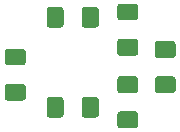
<source format=gtp>
G04 #@! TF.GenerationSoftware,KiCad,Pcbnew,5.0.1*
G04 #@! TF.CreationDate,2018-12-27T15:20:24+01:00*
G04 #@! TF.ProjectId,DiscreteWilkinsonSplitter,446973637265746557696C6B696E736F,rev?*
G04 #@! TF.SameCoordinates,Original*
G04 #@! TF.FileFunction,Paste,Top*
G04 #@! TF.FilePolarity,Positive*
%FSLAX46Y46*%
G04 Gerber Fmt 4.6, Leading zero omitted, Abs format (unit mm)*
G04 Created by KiCad (PCBNEW 5.0.1) date Do 27 Dez 2018 15:20:24 CET*
%MOMM*%
%LPD*%
G01*
G04 APERTURE LIST*
%ADD10C,0.100000*%
%ADD11C,1.425000*%
G04 APERTURE END LIST*
D10*
G04 #@! TO.C,C1*
G36*
X128284504Y-85848704D02*
X128308773Y-85852304D01*
X128332571Y-85858265D01*
X128355671Y-85866530D01*
X128377849Y-85877020D01*
X128398893Y-85889633D01*
X128418598Y-85904247D01*
X128436777Y-85920723D01*
X128453253Y-85938902D01*
X128467867Y-85958607D01*
X128480480Y-85979651D01*
X128490970Y-86001829D01*
X128499235Y-86024929D01*
X128505196Y-86048727D01*
X128508796Y-86072996D01*
X128510000Y-86097500D01*
X128510000Y-87022500D01*
X128508796Y-87047004D01*
X128505196Y-87071273D01*
X128499235Y-87095071D01*
X128490970Y-87118171D01*
X128480480Y-87140349D01*
X128467867Y-87161393D01*
X128453253Y-87181098D01*
X128436777Y-87199277D01*
X128418598Y-87215753D01*
X128398893Y-87230367D01*
X128377849Y-87242980D01*
X128355671Y-87253470D01*
X128332571Y-87261735D01*
X128308773Y-87267696D01*
X128284504Y-87271296D01*
X128260000Y-87272500D01*
X127010000Y-87272500D01*
X126985496Y-87271296D01*
X126961227Y-87267696D01*
X126937429Y-87261735D01*
X126914329Y-87253470D01*
X126892151Y-87242980D01*
X126871107Y-87230367D01*
X126851402Y-87215753D01*
X126833223Y-87199277D01*
X126816747Y-87181098D01*
X126802133Y-87161393D01*
X126789520Y-87140349D01*
X126779030Y-87118171D01*
X126770765Y-87095071D01*
X126764804Y-87071273D01*
X126761204Y-87047004D01*
X126760000Y-87022500D01*
X126760000Y-86097500D01*
X126761204Y-86072996D01*
X126764804Y-86048727D01*
X126770765Y-86024929D01*
X126779030Y-86001829D01*
X126789520Y-85979651D01*
X126802133Y-85958607D01*
X126816747Y-85938902D01*
X126833223Y-85920723D01*
X126851402Y-85904247D01*
X126871107Y-85889633D01*
X126892151Y-85877020D01*
X126914329Y-85866530D01*
X126937429Y-85858265D01*
X126961227Y-85852304D01*
X126985496Y-85848704D01*
X127010000Y-85847500D01*
X128260000Y-85847500D01*
X128284504Y-85848704D01*
X128284504Y-85848704D01*
G37*
D11*
X127635000Y-86560000D03*
D10*
G36*
X128284504Y-88823704D02*
X128308773Y-88827304D01*
X128332571Y-88833265D01*
X128355671Y-88841530D01*
X128377849Y-88852020D01*
X128398893Y-88864633D01*
X128418598Y-88879247D01*
X128436777Y-88895723D01*
X128453253Y-88913902D01*
X128467867Y-88933607D01*
X128480480Y-88954651D01*
X128490970Y-88976829D01*
X128499235Y-88999929D01*
X128505196Y-89023727D01*
X128508796Y-89047996D01*
X128510000Y-89072500D01*
X128510000Y-89997500D01*
X128508796Y-90022004D01*
X128505196Y-90046273D01*
X128499235Y-90070071D01*
X128490970Y-90093171D01*
X128480480Y-90115349D01*
X128467867Y-90136393D01*
X128453253Y-90156098D01*
X128436777Y-90174277D01*
X128418598Y-90190753D01*
X128398893Y-90205367D01*
X128377849Y-90217980D01*
X128355671Y-90228470D01*
X128332571Y-90236735D01*
X128308773Y-90242696D01*
X128284504Y-90246296D01*
X128260000Y-90247500D01*
X127010000Y-90247500D01*
X126985496Y-90246296D01*
X126961227Y-90242696D01*
X126937429Y-90236735D01*
X126914329Y-90228470D01*
X126892151Y-90217980D01*
X126871107Y-90205367D01*
X126851402Y-90190753D01*
X126833223Y-90174277D01*
X126816747Y-90156098D01*
X126802133Y-90136393D01*
X126789520Y-90115349D01*
X126779030Y-90093171D01*
X126770765Y-90070071D01*
X126764804Y-90046273D01*
X126761204Y-90022004D01*
X126760000Y-89997500D01*
X126760000Y-89072500D01*
X126761204Y-89047996D01*
X126764804Y-89023727D01*
X126770765Y-88999929D01*
X126779030Y-88976829D01*
X126789520Y-88954651D01*
X126802133Y-88933607D01*
X126816747Y-88913902D01*
X126833223Y-88895723D01*
X126851402Y-88879247D01*
X126871107Y-88864633D01*
X126892151Y-88852020D01*
X126914329Y-88841530D01*
X126937429Y-88833265D01*
X126961227Y-88827304D01*
X126985496Y-88823704D01*
X127010000Y-88822500D01*
X128260000Y-88822500D01*
X128284504Y-88823704D01*
X128284504Y-88823704D01*
G37*
D11*
X127635000Y-89535000D03*
G04 #@! TD*
D10*
G04 #@! TO.C,C2*
G36*
X137809504Y-85013704D02*
X137833773Y-85017304D01*
X137857571Y-85023265D01*
X137880671Y-85031530D01*
X137902849Y-85042020D01*
X137923893Y-85054633D01*
X137943598Y-85069247D01*
X137961777Y-85085723D01*
X137978253Y-85103902D01*
X137992867Y-85123607D01*
X138005480Y-85144651D01*
X138015970Y-85166829D01*
X138024235Y-85189929D01*
X138030196Y-85213727D01*
X138033796Y-85237996D01*
X138035000Y-85262500D01*
X138035000Y-86187500D01*
X138033796Y-86212004D01*
X138030196Y-86236273D01*
X138024235Y-86260071D01*
X138015970Y-86283171D01*
X138005480Y-86305349D01*
X137992867Y-86326393D01*
X137978253Y-86346098D01*
X137961777Y-86364277D01*
X137943598Y-86380753D01*
X137923893Y-86395367D01*
X137902849Y-86407980D01*
X137880671Y-86418470D01*
X137857571Y-86426735D01*
X137833773Y-86432696D01*
X137809504Y-86436296D01*
X137785000Y-86437500D01*
X136535000Y-86437500D01*
X136510496Y-86436296D01*
X136486227Y-86432696D01*
X136462429Y-86426735D01*
X136439329Y-86418470D01*
X136417151Y-86407980D01*
X136396107Y-86395367D01*
X136376402Y-86380753D01*
X136358223Y-86364277D01*
X136341747Y-86346098D01*
X136327133Y-86326393D01*
X136314520Y-86305349D01*
X136304030Y-86283171D01*
X136295765Y-86260071D01*
X136289804Y-86236273D01*
X136286204Y-86212004D01*
X136285000Y-86187500D01*
X136285000Y-85262500D01*
X136286204Y-85237996D01*
X136289804Y-85213727D01*
X136295765Y-85189929D01*
X136304030Y-85166829D01*
X136314520Y-85144651D01*
X136327133Y-85123607D01*
X136341747Y-85103902D01*
X136358223Y-85085723D01*
X136376402Y-85069247D01*
X136396107Y-85054633D01*
X136417151Y-85042020D01*
X136439329Y-85031530D01*
X136462429Y-85023265D01*
X136486227Y-85017304D01*
X136510496Y-85013704D01*
X136535000Y-85012500D01*
X137785000Y-85012500D01*
X137809504Y-85013704D01*
X137809504Y-85013704D01*
G37*
D11*
X137160000Y-85725000D03*
D10*
G36*
X137809504Y-82038704D02*
X137833773Y-82042304D01*
X137857571Y-82048265D01*
X137880671Y-82056530D01*
X137902849Y-82067020D01*
X137923893Y-82079633D01*
X137943598Y-82094247D01*
X137961777Y-82110723D01*
X137978253Y-82128902D01*
X137992867Y-82148607D01*
X138005480Y-82169651D01*
X138015970Y-82191829D01*
X138024235Y-82214929D01*
X138030196Y-82238727D01*
X138033796Y-82262996D01*
X138035000Y-82287500D01*
X138035000Y-83212500D01*
X138033796Y-83237004D01*
X138030196Y-83261273D01*
X138024235Y-83285071D01*
X138015970Y-83308171D01*
X138005480Y-83330349D01*
X137992867Y-83351393D01*
X137978253Y-83371098D01*
X137961777Y-83389277D01*
X137943598Y-83405753D01*
X137923893Y-83420367D01*
X137902849Y-83432980D01*
X137880671Y-83443470D01*
X137857571Y-83451735D01*
X137833773Y-83457696D01*
X137809504Y-83461296D01*
X137785000Y-83462500D01*
X136535000Y-83462500D01*
X136510496Y-83461296D01*
X136486227Y-83457696D01*
X136462429Y-83451735D01*
X136439329Y-83443470D01*
X136417151Y-83432980D01*
X136396107Y-83420367D01*
X136376402Y-83405753D01*
X136358223Y-83389277D01*
X136341747Y-83371098D01*
X136327133Y-83351393D01*
X136314520Y-83330349D01*
X136304030Y-83308171D01*
X136295765Y-83285071D01*
X136289804Y-83261273D01*
X136286204Y-83237004D01*
X136285000Y-83212500D01*
X136285000Y-82287500D01*
X136286204Y-82262996D01*
X136289804Y-82238727D01*
X136295765Y-82214929D01*
X136304030Y-82191829D01*
X136314520Y-82169651D01*
X136327133Y-82148607D01*
X136341747Y-82128902D01*
X136358223Y-82110723D01*
X136376402Y-82094247D01*
X136396107Y-82079633D01*
X136417151Y-82067020D01*
X136439329Y-82056530D01*
X136462429Y-82048265D01*
X136486227Y-82042304D01*
X136510496Y-82038704D01*
X136535000Y-82037500D01*
X137785000Y-82037500D01*
X137809504Y-82038704D01*
X137809504Y-82038704D01*
G37*
D11*
X137160000Y-82750000D03*
G04 #@! TD*
D10*
G04 #@! TO.C,C3*
G36*
X137809504Y-91163704D02*
X137833773Y-91167304D01*
X137857571Y-91173265D01*
X137880671Y-91181530D01*
X137902849Y-91192020D01*
X137923893Y-91204633D01*
X137943598Y-91219247D01*
X137961777Y-91235723D01*
X137978253Y-91253902D01*
X137992867Y-91273607D01*
X138005480Y-91294651D01*
X138015970Y-91316829D01*
X138024235Y-91339929D01*
X138030196Y-91363727D01*
X138033796Y-91387996D01*
X138035000Y-91412500D01*
X138035000Y-92337500D01*
X138033796Y-92362004D01*
X138030196Y-92386273D01*
X138024235Y-92410071D01*
X138015970Y-92433171D01*
X138005480Y-92455349D01*
X137992867Y-92476393D01*
X137978253Y-92496098D01*
X137961777Y-92514277D01*
X137943598Y-92530753D01*
X137923893Y-92545367D01*
X137902849Y-92557980D01*
X137880671Y-92568470D01*
X137857571Y-92576735D01*
X137833773Y-92582696D01*
X137809504Y-92586296D01*
X137785000Y-92587500D01*
X136535000Y-92587500D01*
X136510496Y-92586296D01*
X136486227Y-92582696D01*
X136462429Y-92576735D01*
X136439329Y-92568470D01*
X136417151Y-92557980D01*
X136396107Y-92545367D01*
X136376402Y-92530753D01*
X136358223Y-92514277D01*
X136341747Y-92496098D01*
X136327133Y-92476393D01*
X136314520Y-92455349D01*
X136304030Y-92433171D01*
X136295765Y-92410071D01*
X136289804Y-92386273D01*
X136286204Y-92362004D01*
X136285000Y-92337500D01*
X136285000Y-91412500D01*
X136286204Y-91387996D01*
X136289804Y-91363727D01*
X136295765Y-91339929D01*
X136304030Y-91316829D01*
X136314520Y-91294651D01*
X136327133Y-91273607D01*
X136341747Y-91253902D01*
X136358223Y-91235723D01*
X136376402Y-91219247D01*
X136396107Y-91204633D01*
X136417151Y-91192020D01*
X136439329Y-91181530D01*
X136462429Y-91173265D01*
X136486227Y-91167304D01*
X136510496Y-91163704D01*
X136535000Y-91162500D01*
X137785000Y-91162500D01*
X137809504Y-91163704D01*
X137809504Y-91163704D01*
G37*
D11*
X137160000Y-91875000D03*
D10*
G36*
X137809504Y-88188704D02*
X137833773Y-88192304D01*
X137857571Y-88198265D01*
X137880671Y-88206530D01*
X137902849Y-88217020D01*
X137923893Y-88229633D01*
X137943598Y-88244247D01*
X137961777Y-88260723D01*
X137978253Y-88278902D01*
X137992867Y-88298607D01*
X138005480Y-88319651D01*
X138015970Y-88341829D01*
X138024235Y-88364929D01*
X138030196Y-88388727D01*
X138033796Y-88412996D01*
X138035000Y-88437500D01*
X138035000Y-89362500D01*
X138033796Y-89387004D01*
X138030196Y-89411273D01*
X138024235Y-89435071D01*
X138015970Y-89458171D01*
X138005480Y-89480349D01*
X137992867Y-89501393D01*
X137978253Y-89521098D01*
X137961777Y-89539277D01*
X137943598Y-89555753D01*
X137923893Y-89570367D01*
X137902849Y-89582980D01*
X137880671Y-89593470D01*
X137857571Y-89601735D01*
X137833773Y-89607696D01*
X137809504Y-89611296D01*
X137785000Y-89612500D01*
X136535000Y-89612500D01*
X136510496Y-89611296D01*
X136486227Y-89607696D01*
X136462429Y-89601735D01*
X136439329Y-89593470D01*
X136417151Y-89582980D01*
X136396107Y-89570367D01*
X136376402Y-89555753D01*
X136358223Y-89539277D01*
X136341747Y-89521098D01*
X136327133Y-89501393D01*
X136314520Y-89480349D01*
X136304030Y-89458171D01*
X136295765Y-89435071D01*
X136289804Y-89411273D01*
X136286204Y-89387004D01*
X136285000Y-89362500D01*
X136285000Y-88437500D01*
X136286204Y-88412996D01*
X136289804Y-88388727D01*
X136295765Y-88364929D01*
X136304030Y-88341829D01*
X136314520Y-88319651D01*
X136327133Y-88298607D01*
X136341747Y-88278902D01*
X136358223Y-88260723D01*
X136376402Y-88244247D01*
X136396107Y-88229633D01*
X136417151Y-88217020D01*
X136439329Y-88206530D01*
X136462429Y-88198265D01*
X136486227Y-88192304D01*
X136510496Y-88188704D01*
X136535000Y-88187500D01*
X137785000Y-88187500D01*
X137809504Y-88188704D01*
X137809504Y-88188704D01*
G37*
D11*
X137160000Y-88900000D03*
G04 #@! TD*
D10*
G04 #@! TO.C,L1*
G36*
X131497004Y-82311204D02*
X131521273Y-82314804D01*
X131545071Y-82320765D01*
X131568171Y-82329030D01*
X131590349Y-82339520D01*
X131611393Y-82352133D01*
X131631098Y-82366747D01*
X131649277Y-82383223D01*
X131665753Y-82401402D01*
X131680367Y-82421107D01*
X131692980Y-82442151D01*
X131703470Y-82464329D01*
X131711735Y-82487429D01*
X131717696Y-82511227D01*
X131721296Y-82535496D01*
X131722500Y-82560000D01*
X131722500Y-83810000D01*
X131721296Y-83834504D01*
X131717696Y-83858773D01*
X131711735Y-83882571D01*
X131703470Y-83905671D01*
X131692980Y-83927849D01*
X131680367Y-83948893D01*
X131665753Y-83968598D01*
X131649277Y-83986777D01*
X131631098Y-84003253D01*
X131611393Y-84017867D01*
X131590349Y-84030480D01*
X131568171Y-84040970D01*
X131545071Y-84049235D01*
X131521273Y-84055196D01*
X131497004Y-84058796D01*
X131472500Y-84060000D01*
X130547500Y-84060000D01*
X130522996Y-84058796D01*
X130498727Y-84055196D01*
X130474929Y-84049235D01*
X130451829Y-84040970D01*
X130429651Y-84030480D01*
X130408607Y-84017867D01*
X130388902Y-84003253D01*
X130370723Y-83986777D01*
X130354247Y-83968598D01*
X130339633Y-83948893D01*
X130327020Y-83927849D01*
X130316530Y-83905671D01*
X130308265Y-83882571D01*
X130302304Y-83858773D01*
X130298704Y-83834504D01*
X130297500Y-83810000D01*
X130297500Y-82560000D01*
X130298704Y-82535496D01*
X130302304Y-82511227D01*
X130308265Y-82487429D01*
X130316530Y-82464329D01*
X130327020Y-82442151D01*
X130339633Y-82421107D01*
X130354247Y-82401402D01*
X130370723Y-82383223D01*
X130388902Y-82366747D01*
X130408607Y-82352133D01*
X130429651Y-82339520D01*
X130451829Y-82329030D01*
X130474929Y-82320765D01*
X130498727Y-82314804D01*
X130522996Y-82311204D01*
X130547500Y-82310000D01*
X131472500Y-82310000D01*
X131497004Y-82311204D01*
X131497004Y-82311204D01*
G37*
D11*
X131010000Y-83185000D03*
D10*
G36*
X134472004Y-82311204D02*
X134496273Y-82314804D01*
X134520071Y-82320765D01*
X134543171Y-82329030D01*
X134565349Y-82339520D01*
X134586393Y-82352133D01*
X134606098Y-82366747D01*
X134624277Y-82383223D01*
X134640753Y-82401402D01*
X134655367Y-82421107D01*
X134667980Y-82442151D01*
X134678470Y-82464329D01*
X134686735Y-82487429D01*
X134692696Y-82511227D01*
X134696296Y-82535496D01*
X134697500Y-82560000D01*
X134697500Y-83810000D01*
X134696296Y-83834504D01*
X134692696Y-83858773D01*
X134686735Y-83882571D01*
X134678470Y-83905671D01*
X134667980Y-83927849D01*
X134655367Y-83948893D01*
X134640753Y-83968598D01*
X134624277Y-83986777D01*
X134606098Y-84003253D01*
X134586393Y-84017867D01*
X134565349Y-84030480D01*
X134543171Y-84040970D01*
X134520071Y-84049235D01*
X134496273Y-84055196D01*
X134472004Y-84058796D01*
X134447500Y-84060000D01*
X133522500Y-84060000D01*
X133497996Y-84058796D01*
X133473727Y-84055196D01*
X133449929Y-84049235D01*
X133426829Y-84040970D01*
X133404651Y-84030480D01*
X133383607Y-84017867D01*
X133363902Y-84003253D01*
X133345723Y-83986777D01*
X133329247Y-83968598D01*
X133314633Y-83948893D01*
X133302020Y-83927849D01*
X133291530Y-83905671D01*
X133283265Y-83882571D01*
X133277304Y-83858773D01*
X133273704Y-83834504D01*
X133272500Y-83810000D01*
X133272500Y-82560000D01*
X133273704Y-82535496D01*
X133277304Y-82511227D01*
X133283265Y-82487429D01*
X133291530Y-82464329D01*
X133302020Y-82442151D01*
X133314633Y-82421107D01*
X133329247Y-82401402D01*
X133345723Y-82383223D01*
X133363902Y-82366747D01*
X133383607Y-82352133D01*
X133404651Y-82339520D01*
X133426829Y-82329030D01*
X133449929Y-82320765D01*
X133473727Y-82314804D01*
X133497996Y-82311204D01*
X133522500Y-82310000D01*
X134447500Y-82310000D01*
X134472004Y-82311204D01*
X134472004Y-82311204D01*
G37*
D11*
X133985000Y-83185000D03*
G04 #@! TD*
D10*
G04 #@! TO.C,L2*
G36*
X134472004Y-89931204D02*
X134496273Y-89934804D01*
X134520071Y-89940765D01*
X134543171Y-89949030D01*
X134565349Y-89959520D01*
X134586393Y-89972133D01*
X134606098Y-89986747D01*
X134624277Y-90003223D01*
X134640753Y-90021402D01*
X134655367Y-90041107D01*
X134667980Y-90062151D01*
X134678470Y-90084329D01*
X134686735Y-90107429D01*
X134692696Y-90131227D01*
X134696296Y-90155496D01*
X134697500Y-90180000D01*
X134697500Y-91430000D01*
X134696296Y-91454504D01*
X134692696Y-91478773D01*
X134686735Y-91502571D01*
X134678470Y-91525671D01*
X134667980Y-91547849D01*
X134655367Y-91568893D01*
X134640753Y-91588598D01*
X134624277Y-91606777D01*
X134606098Y-91623253D01*
X134586393Y-91637867D01*
X134565349Y-91650480D01*
X134543171Y-91660970D01*
X134520071Y-91669235D01*
X134496273Y-91675196D01*
X134472004Y-91678796D01*
X134447500Y-91680000D01*
X133522500Y-91680000D01*
X133497996Y-91678796D01*
X133473727Y-91675196D01*
X133449929Y-91669235D01*
X133426829Y-91660970D01*
X133404651Y-91650480D01*
X133383607Y-91637867D01*
X133363902Y-91623253D01*
X133345723Y-91606777D01*
X133329247Y-91588598D01*
X133314633Y-91568893D01*
X133302020Y-91547849D01*
X133291530Y-91525671D01*
X133283265Y-91502571D01*
X133277304Y-91478773D01*
X133273704Y-91454504D01*
X133272500Y-91430000D01*
X133272500Y-90180000D01*
X133273704Y-90155496D01*
X133277304Y-90131227D01*
X133283265Y-90107429D01*
X133291530Y-90084329D01*
X133302020Y-90062151D01*
X133314633Y-90041107D01*
X133329247Y-90021402D01*
X133345723Y-90003223D01*
X133363902Y-89986747D01*
X133383607Y-89972133D01*
X133404651Y-89959520D01*
X133426829Y-89949030D01*
X133449929Y-89940765D01*
X133473727Y-89934804D01*
X133497996Y-89931204D01*
X133522500Y-89930000D01*
X134447500Y-89930000D01*
X134472004Y-89931204D01*
X134472004Y-89931204D01*
G37*
D11*
X133985000Y-90805000D03*
D10*
G36*
X131497004Y-89931204D02*
X131521273Y-89934804D01*
X131545071Y-89940765D01*
X131568171Y-89949030D01*
X131590349Y-89959520D01*
X131611393Y-89972133D01*
X131631098Y-89986747D01*
X131649277Y-90003223D01*
X131665753Y-90021402D01*
X131680367Y-90041107D01*
X131692980Y-90062151D01*
X131703470Y-90084329D01*
X131711735Y-90107429D01*
X131717696Y-90131227D01*
X131721296Y-90155496D01*
X131722500Y-90180000D01*
X131722500Y-91430000D01*
X131721296Y-91454504D01*
X131717696Y-91478773D01*
X131711735Y-91502571D01*
X131703470Y-91525671D01*
X131692980Y-91547849D01*
X131680367Y-91568893D01*
X131665753Y-91588598D01*
X131649277Y-91606777D01*
X131631098Y-91623253D01*
X131611393Y-91637867D01*
X131590349Y-91650480D01*
X131568171Y-91660970D01*
X131545071Y-91669235D01*
X131521273Y-91675196D01*
X131497004Y-91678796D01*
X131472500Y-91680000D01*
X130547500Y-91680000D01*
X130522996Y-91678796D01*
X130498727Y-91675196D01*
X130474929Y-91669235D01*
X130451829Y-91660970D01*
X130429651Y-91650480D01*
X130408607Y-91637867D01*
X130388902Y-91623253D01*
X130370723Y-91606777D01*
X130354247Y-91588598D01*
X130339633Y-91568893D01*
X130327020Y-91547849D01*
X130316530Y-91525671D01*
X130308265Y-91502571D01*
X130302304Y-91478773D01*
X130298704Y-91454504D01*
X130297500Y-91430000D01*
X130297500Y-90180000D01*
X130298704Y-90155496D01*
X130302304Y-90131227D01*
X130308265Y-90107429D01*
X130316530Y-90084329D01*
X130327020Y-90062151D01*
X130339633Y-90041107D01*
X130354247Y-90021402D01*
X130370723Y-90003223D01*
X130388902Y-89986747D01*
X130408607Y-89972133D01*
X130429651Y-89959520D01*
X130451829Y-89949030D01*
X130474929Y-89940765D01*
X130498727Y-89934804D01*
X130522996Y-89931204D01*
X130547500Y-89930000D01*
X131472500Y-89930000D01*
X131497004Y-89931204D01*
X131497004Y-89931204D01*
G37*
D11*
X131010000Y-90805000D03*
G04 #@! TD*
D10*
G04 #@! TO.C,R1*
G36*
X140984504Y-85213704D02*
X141008773Y-85217304D01*
X141032571Y-85223265D01*
X141055671Y-85231530D01*
X141077849Y-85242020D01*
X141098893Y-85254633D01*
X141118598Y-85269247D01*
X141136777Y-85285723D01*
X141153253Y-85303902D01*
X141167867Y-85323607D01*
X141180480Y-85344651D01*
X141190970Y-85366829D01*
X141199235Y-85389929D01*
X141205196Y-85413727D01*
X141208796Y-85437996D01*
X141210000Y-85462500D01*
X141210000Y-86387500D01*
X141208796Y-86412004D01*
X141205196Y-86436273D01*
X141199235Y-86460071D01*
X141190970Y-86483171D01*
X141180480Y-86505349D01*
X141167867Y-86526393D01*
X141153253Y-86546098D01*
X141136777Y-86564277D01*
X141118598Y-86580753D01*
X141098893Y-86595367D01*
X141077849Y-86607980D01*
X141055671Y-86618470D01*
X141032571Y-86626735D01*
X141008773Y-86632696D01*
X140984504Y-86636296D01*
X140960000Y-86637500D01*
X139710000Y-86637500D01*
X139685496Y-86636296D01*
X139661227Y-86632696D01*
X139637429Y-86626735D01*
X139614329Y-86618470D01*
X139592151Y-86607980D01*
X139571107Y-86595367D01*
X139551402Y-86580753D01*
X139533223Y-86564277D01*
X139516747Y-86546098D01*
X139502133Y-86526393D01*
X139489520Y-86505349D01*
X139479030Y-86483171D01*
X139470765Y-86460071D01*
X139464804Y-86436273D01*
X139461204Y-86412004D01*
X139460000Y-86387500D01*
X139460000Y-85462500D01*
X139461204Y-85437996D01*
X139464804Y-85413727D01*
X139470765Y-85389929D01*
X139479030Y-85366829D01*
X139489520Y-85344651D01*
X139502133Y-85323607D01*
X139516747Y-85303902D01*
X139533223Y-85285723D01*
X139551402Y-85269247D01*
X139571107Y-85254633D01*
X139592151Y-85242020D01*
X139614329Y-85231530D01*
X139637429Y-85223265D01*
X139661227Y-85217304D01*
X139685496Y-85213704D01*
X139710000Y-85212500D01*
X140960000Y-85212500D01*
X140984504Y-85213704D01*
X140984504Y-85213704D01*
G37*
D11*
X140335000Y-85925000D03*
D10*
G36*
X140984504Y-88188704D02*
X141008773Y-88192304D01*
X141032571Y-88198265D01*
X141055671Y-88206530D01*
X141077849Y-88217020D01*
X141098893Y-88229633D01*
X141118598Y-88244247D01*
X141136777Y-88260723D01*
X141153253Y-88278902D01*
X141167867Y-88298607D01*
X141180480Y-88319651D01*
X141190970Y-88341829D01*
X141199235Y-88364929D01*
X141205196Y-88388727D01*
X141208796Y-88412996D01*
X141210000Y-88437500D01*
X141210000Y-89362500D01*
X141208796Y-89387004D01*
X141205196Y-89411273D01*
X141199235Y-89435071D01*
X141190970Y-89458171D01*
X141180480Y-89480349D01*
X141167867Y-89501393D01*
X141153253Y-89521098D01*
X141136777Y-89539277D01*
X141118598Y-89555753D01*
X141098893Y-89570367D01*
X141077849Y-89582980D01*
X141055671Y-89593470D01*
X141032571Y-89601735D01*
X141008773Y-89607696D01*
X140984504Y-89611296D01*
X140960000Y-89612500D01*
X139710000Y-89612500D01*
X139685496Y-89611296D01*
X139661227Y-89607696D01*
X139637429Y-89601735D01*
X139614329Y-89593470D01*
X139592151Y-89582980D01*
X139571107Y-89570367D01*
X139551402Y-89555753D01*
X139533223Y-89539277D01*
X139516747Y-89521098D01*
X139502133Y-89501393D01*
X139489520Y-89480349D01*
X139479030Y-89458171D01*
X139470765Y-89435071D01*
X139464804Y-89411273D01*
X139461204Y-89387004D01*
X139460000Y-89362500D01*
X139460000Y-88437500D01*
X139461204Y-88412996D01*
X139464804Y-88388727D01*
X139470765Y-88364929D01*
X139479030Y-88341829D01*
X139489520Y-88319651D01*
X139502133Y-88298607D01*
X139516747Y-88278902D01*
X139533223Y-88260723D01*
X139551402Y-88244247D01*
X139571107Y-88229633D01*
X139592151Y-88217020D01*
X139614329Y-88206530D01*
X139637429Y-88198265D01*
X139661227Y-88192304D01*
X139685496Y-88188704D01*
X139710000Y-88187500D01*
X140960000Y-88187500D01*
X140984504Y-88188704D01*
X140984504Y-88188704D01*
G37*
D11*
X140335000Y-88900000D03*
G04 #@! TD*
M02*

</source>
